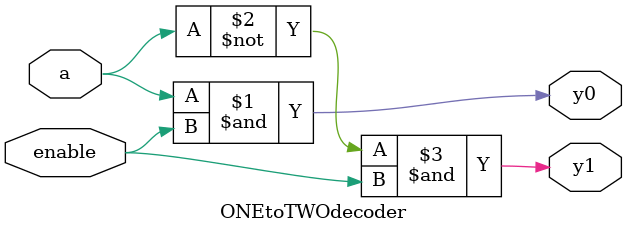
<source format=sv>
`timescale 1ns / 1ps


module ONEtoTWOdecoder(y0,y1,a,enable);
    input logic a, enable;
    output logic y0, y1;
    
    assign y0 = a & enable;
    assign y1 = ~a & enable;
endmodule

</source>
